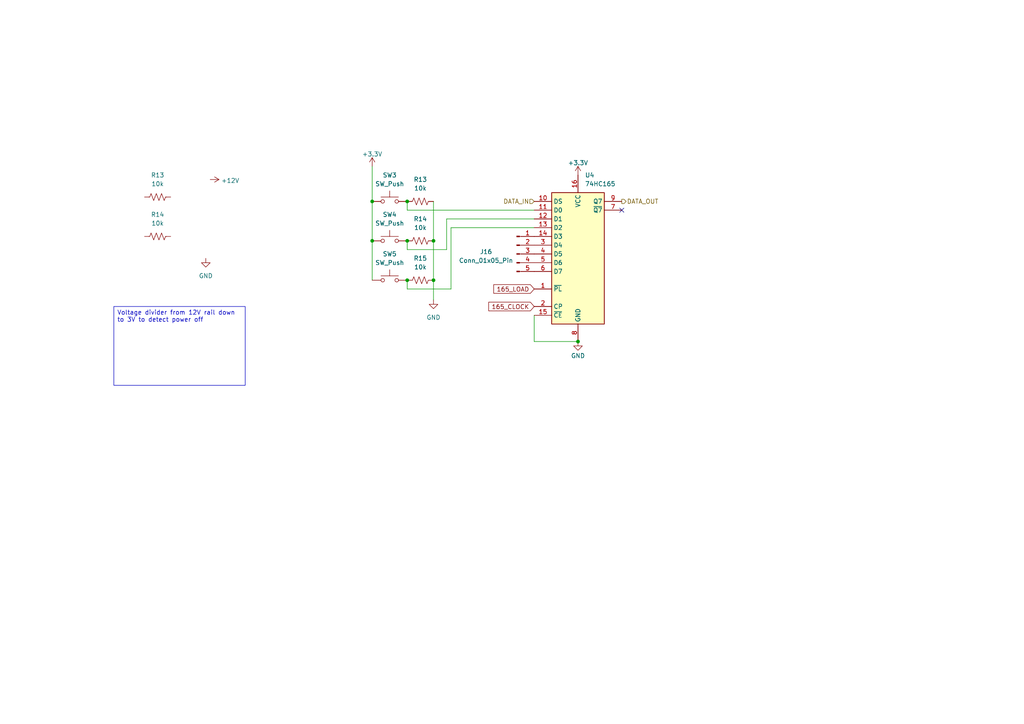
<source format=kicad_sch>
(kicad_sch (version 20230121) (generator eeschema)
  (paper "A4")
  (lib_symbols
    (symbol "74xx:74HC165"
      (property "Reference" "U" (at -7.62 19.05 0))
      (property "Value" "74HC165" (at -7.62 -21.59 0))
      (symbol "74HC165_1_0"
        (pin input line (at -12.7 -10.16 0) (length 5.08) (name "~{PL}") (number "1"))
        (pin input line (at -12.7 15.24 0) (length 5.08) (name "DS") (number "10"))
        (pin input line (at -12.7 12.7 0) (length 5.08) (name "D0") (number "11"))
        (pin input line (at -12.7 10.16 0) (length 5.08) (name "D1") (number "12"))
        (pin input line (at -12.7 7.62 0) (length 5.08) (name "D2") (number "13"))
        (pin input line (at -12.7 5.08 0) (length 5.08) (name "D3") (number "14"))
        (pin input line (at -12.7 -17.78 0) (length 5.08) (name "~{CE}") (number "15"))
        (pin power_in line (at 0 22.86 270) (length 5.08) (name "VCC") (number "16"))
        (pin input line (at -12.7 -15.24 0) (length 5.08) (name "CP") (number "2"))
        (pin input line (at -12.7 2.54 0) (length 5.08) (name "D4") (number "3"))
        (pin input line (at -12.7 0 0) (length 5.08) (name "D5") (number "4"))
        (pin input line (at -12.7 -2.54 0) (length 5.08) (name "D6") (number "5"))
        (pin input line (at -12.7 -5.08 0) (length 5.08) (name "D7") (number "6"))
        (pin output line (at 12.7 12.7 180) (length 5.08) (name "~{Q7}") (number "7"))
        (pin power_in line (at 0 -25.4 90) (length 5.08) (name "GND") (number "8"))
        (pin output line (at 12.7 15.24 180) (length 5.08) (name "Q7") (number "9"))
      )
      (symbol "74HC165_1_1"
        (rectangle (start -7.62 17.78) (end 7.62 -20.32) (stroke (width 0.254)) (fill (type background)))
      )
    )
    (symbol "Connector:Conn_01x05_Pin" (pin_names (offset 1.016) hide)
      (property "Reference" "J" (at 0 7.62 0))
      (property "Value" "Conn_01x05_Pin" (at 0 -7.62 0))
      (symbol "Conn_01x05_Pin_1_1"
        (polyline (pts (xy 1.27 -5.08) (xy 0.8636 -5.08)) (stroke (width 0.1524)))
        (polyline (pts (xy 1.27 -2.54) (xy 0.8636 -2.54)) (stroke (width 0.1524)))
        (polyline (pts (xy 1.27 0) (xy 0.8636 0)) (stroke (width 0.1524)))
        (polyline (pts (xy 1.27 2.54) (xy 0.8636 2.54)) (stroke (width 0.1524)))
        (polyline (pts (xy 1.27 5.08) (xy 0.8636 5.08)) (stroke (width 0.1524)))
        (rectangle (start 0.8636 -4.953) (end 0 -5.207) (stroke (width 0.1524)) (fill (type outline)))
        (rectangle (start 0.8636 -2.413) (end 0 -2.667) (stroke (width 0.1524)) (fill (type outline)))
        (rectangle (start 0.8636 0.127) (end 0 -0.127) (stroke (width 0.1524)) (fill (type outline)))
        (rectangle (start 0.8636 2.667) (end 0 2.413) (stroke (width 0.1524)) (fill (type outline)))
        (rectangle (start 0.8636 5.207) (end 0 4.953) (stroke (width 0.1524)) (fill (type outline)))
        (pin passive line (at 5.08 5.08 180) (length 3.81) (name "Pin_1") (number "1"))
        (pin passive line (at 5.08 2.54 180) (length 3.81) (name "Pin_2") (number "2"))
        (pin passive line (at 5.08 0 180) (length 3.81) (name "Pin_3") (number "3"))
        (pin passive line (at 5.08 -2.54 180) (length 3.81) (name "Pin_4") (number "4"))
        (pin passive line (at 5.08 -5.08 180) (length 3.81) (name "Pin_5") (number "5"))
      )
    )
    (symbol "Device:R_US" (pin_numbers hide) (pin_names (offset 0))
      (property "Reference" "R" (at 2.54 0 90))
      (property "Value" "R_US" (at -2.54 0 90))
      (symbol "R_US_0_1"
        (polyline (pts (xy 0 -2.286) (xy 0 -2.54)))
        (polyline (pts (xy 0 2.286) (xy 0 2.54)))
        (polyline (pts (xy 0 -0.762) (xy 1.016 -1.143) (xy 0 -1.524) (xy -1.016 -1.905) (xy 0 -2.286)))
        (polyline (pts (xy 0 0.762) (xy 1.016 0.381) (xy 0 0) (xy -1.016 -0.381) (xy 0 -0.762)))
        (polyline (pts (xy 0 2.286) (xy 1.016 1.905) (xy 0 1.524) (xy -1.016 1.143) (xy 0 0.762)))
      )
      (symbol "R_US_1_1"
        (pin passive line (at 0 3.81 270) (length 1.27) (name "~") (number "1"))
        (pin passive line (at 0 -3.81 90) (length 1.27) (name "~") (number "2"))
      )
    )
    (symbol "Switch:SW_Push" (pin_numbers hide) (pin_names (offset 1.016) hide)
      (property "Reference" "SW" (at 1.27 2.54 0))
      (property "Value" "SW_Push" (at 0 -1.524 0))
      (symbol "SW_Push_0_1"
        (circle (center -2.032 0) (radius 0.508))
        (polyline (pts (xy 0 1.27) (xy 0 3.048)))
        (polyline (pts (xy 2.54 1.27) (xy -2.54 1.27)))
        (circle (center 2.032 0) (radius 0.508))
        (pin passive line (at -5.08 0 0) (length 2.54) (name "1") (number "1"))
        (pin passive line (at 5.08 0 180) (length 2.54) (name "2") (number "2"))
      )
    )
    (symbol "power:+12V" (power) (pin_names (offset 0))
      (property "Value" "+12V" (at 0 3.556 0))
      (symbol "+12V_0_1"
        (polyline (pts (xy -0.762 1.27) (xy 0 2.54)))
        (polyline (pts (xy 0 0) (xy 0 2.54)))
        (polyline (pts (xy 0 2.54) (xy 0.762 1.27)))
      )
      (symbol "+12V_1_1"
        (pin power_in line (at 0 0 90) (length 0) hide (name "+12V") (number "1"))
      )
    )
    (symbol "power:+3.3V" (power) (pin_names (offset 0))
      (property "Value" "+3.3V" (at 0 3.556 0))
      (symbol "+3.3V_0_1"
        (polyline (pts (xy -0.762 1.27) (xy 0 2.54)))
        (polyline (pts (xy 0 0) (xy 0 2.54)))
        (polyline (pts (xy 0 2.54) (xy 0.762 1.27)))
      )
      (symbol "+3.3V_1_1"
        (pin power_in line (at 0 0 90) (length 0) hide (name "+3.3V") (number "1"))
      )
    )
    (symbol "power:GND" (power) (pin_names (offset 0))
      (property "Value" "GND" (at 0 -3.81 0))
      (symbol "GND_0_1"
        (polyline (pts (xy 0 0) (xy 0 -1.27) (xy 1.27 -1.27) (xy 0 -2.54) (xy -1.27 -1.27) (xy 0 -1.27)))
      )
      (symbol "GND_1_1"
        (pin power_in line (at 0 0 270) (length 0) hide (name "GND") (number "1"))
      )
    )
  )
  (junction (at 118.11 69.85))
  (junction (at 107.95 69.85))
  (junction (at 125.73 69.85))
  (junction (at 167.64 99.06))
  (junction (at 125.73 81.28))
  (junction (at 118.11 58.42))
  (junction (at 107.95 58.42))
  (junction (at 118.11 81.28))
  (no_connect (at 180.34 60.96))
  (wire (pts (xy 125.73 58.42) (xy 125.73 69.85)))
  (wire (pts (xy 125.73 69.85) (xy 125.73 81.28)))
  (wire (pts (xy 129.54 72.39) (xy 129.54 63.5)))
  (wire (pts (xy 154.94 91.44) (xy 154.94 99.06)))
  (wire (pts (xy 130.81 66.04) (xy 130.81 83.82)))
  (wire (pts (xy 118.11 60.96) (xy 154.94 60.96)))
  (wire (pts (xy 107.95 48.26) (xy 107.95 58.42)))
  (wire (pts (xy 154.94 66.04) (xy 130.81 66.04)))
  (wire (pts (xy 118.11 72.39) (xy 129.54 72.39)))
  (wire (pts (xy 118.11 69.85) (xy 118.11 72.39)))
  (wire (pts (xy 107.95 69.85) (xy 107.95 81.28)))
  (wire (pts (xy 107.95 58.42) (xy 107.95 69.85)))
  (wire (pts (xy 125.73 81.28) (xy 125.73 86.995)))
  (wire (pts (xy 118.11 58.42) (xy 118.11 60.96)))
  (wire (pts (xy 130.81 83.82) (xy 118.11 83.82)))
  (wire (pts (xy 118.11 83.82) (xy 118.11 81.28)))
  (wire (pts (xy 129.54 63.5) (xy 154.94 63.5)))
  (wire (pts (xy 154.94 99.06) (xy 167.64 99.06)))
  (text_box "Voltage divider from 12V rail down to 3V to detect power off" (at 33.02 88.9 0) (size 38.1 22.86) (effects (font (size 1.27 1.27)) (justify left top)))
  (global_label "165_CLOCK" (shape input) (at 154.94 88.9 180) (property "Intersheetrefs" "${INTERSHEET_REFS}" (effects hide)))
  (global_label "165_LOAD" (shape input) (at 154.94 83.82 180) (property "Intersheetrefs" "${INTERSHEET_REFS}" (effects hide)))
  (hierarchical_label "DATA_IN" (shape input) (at 154.94 58.42 180))
  (hierarchical_label "DATA_OUT" (shape output) (at 180.34 58.42 0))
  (symbol (lib_id "74xx:74HC165") (at 167.64 73.66 0) (unit 1)
    (property "Reference" "U4" (at 169.6594 50.8 0) (effects (justify left)))
    (property "Value" "74HC165" (at 169.6594 53.34 0) (effects (justify left)))
    (property "Footprint" "Package_SO:SOIC-16_3.9x9.9mm_P1.27mm" (effects hide))
    (property "Datasheet" "https://assets.nexperia.com/documents/data-sheet/74HC_HCT165.pdf" (effects hide))
    (instances (project "dk2_04_top" (path "" (reference "U4") (unit 1)) (path "" (reference "U5") (unit 1)) (path "" (reference "U10") (unit 1))))
  )
  (symbol (lib_id "Switch:SW_Push") (at 113.03 81.28 0) (unit 1)
    (property "Reference" "SW5" (at 113.03 73.66 0))
    (property "Value" "SW_Push" (at 113.03 76.2 0))
    (property "Footprint" "Button_Switch_THT:SW_PUSH_6mm" (effects hide))
    (instances (project "dk2_04_top" (path "" (reference "SW5") (unit 1)) (path "" (reference "SW13") (unit 1)) (path "" (reference "SW19") (unit 1))))
  )
  (symbol (lib_id "Device:R_US") (at 121.92 69.85 90) (unit 1)
    (property "Reference" "R14" (at 121.92 63.5 90))
    (property "Value" "10k" (at 121.92 66.04 90))
    (property "Footprint" "Resistor_SMD:R_0603_1608Metric" (effects hide))
    (instances (project "dk2_04_top" (path "" (reference "R14") (unit 1)) (path "" (reference "R22") (unit 1)) (path "" (reference "R42") (unit 1))))
  )
  (symbol (lib_id "Device:R_US") (at 121.92 58.42 90) (unit 1)
    (property "Reference" "R13" (at 121.92 52.07 90))
    (property "Value" "10k" (at 121.92 54.61 90))
    (property "Footprint" "Resistor_SMD:R_0603_1608Metric" (effects hide))
    (instances (project "dk2_04_top" (path "" (reference "R13") (unit 1)) (path "" (reference "R21") (unit 1)) (path "" (reference "R41") (unit 1))))
  )
  (symbol (lib_id "Switch:SW_Push") (at 113.03 69.85 0) (unit 1)
    (property "Reference" "SW4" (at 113.03 62.23 0))
    (property "Value" "SW_Push" (at 113.03 64.77 0))
    (property "Footprint" "Button_Switch_THT:SW_PUSH_6mm" (effects hide))
    (instances (project "dk2_04_top" (path "" (reference "SW4") (unit 1)) (path "" (reference "SW12") (unit 1)) (path "" (reference "SW18") (unit 1))))
  )
  (symbol (lib_id "power:+3.3V") (at 107.95 48.26 0) (unit 1)
    (property "Reference" "#PWR028" (effects hide))
    (property "Value" "+3.3V" (at 107.95 44.704 0))
    (instances (project "dk2_04_top" (path "" (reference "#PWR028") (unit 1)) (path "" (reference "#PWR032") (unit 1)) (path "" (reference "#PWR061") (unit 1))))
  )
  (symbol (lib_id "Device:R_US") (at 121.92 81.28 90) (unit 1)
    (property "Reference" "R15" (at 121.92 74.93 90))
    (property "Value" "10k" (at 121.92 77.47 90))
    (property "Footprint" "Resistor_SMD:R_0603_1608Metric" (effects hide))
    (instances (project "dk2_04_top" (path "" (reference "R15") (unit 1)) (path "" (reference "R23") (unit 1)) (path "" (reference "R43") (unit 1))))
  )
  (symbol (lib_id "power:GND") (at 125.73 86.995 0) (unit 1)
    (property "Reference" "#PWR029" (effects hide))
    (property "Value" "GND" (at 125.73 92.075 0))
    (instances (project "dk2_04_top" (path "" (reference "#PWR029") (unit 1)) (path "" (reference "#PWR033") (unit 1)) (path "" (reference "#PWR062") (unit 1))))
  )
  (symbol (lib_id "Device:R_US") (at 45.72 68.58 90) (unit 1)
    (property "Reference" "R14" (at 45.72 62.23 90))
    (property "Value" "10k" (at 45.72 64.77 90))
    (property "Footprint" "Resistor_SMD:R_0603_1608Metric" (effects hide))
    (instances (project "dk2_04_top" (path "" (reference "R14") (unit 1)) (path "" (reference "R22") (unit 1)) (path "" (reference "R45") (unit 1))))
  )
  (symbol (lib_id "power:GND") (at 59.69 74.93 0) (unit 1)
    (property "Reference" "#PWR029" (effects hide))
    (property "Value" "GND" (at 59.69 80.01 0))
    (instances (project "dk2_04_top" (path "" (reference "#PWR029") (unit 1)) (path "" (reference "#PWR033") (unit 1)) (path "" (reference "#PWR08") (unit 1))))
  )
  (symbol (lib_id "Device:R_US") (at 45.72 57.15 90) (unit 1)
    (property "Reference" "R13" (at 45.72 50.8 90))
    (property "Value" "10k" (at 45.72 53.34 90))
    (property "Footprint" "Resistor_SMD:R_0603_1608Metric" (effects hide))
    (instances (project "dk2_04_top" (path "" (reference "R13") (unit 1)) (path "" (reference "R21") (unit 1)) (path "" (reference "R44") (unit 1))))
  )
  (symbol (lib_id "power:+3.3V") (at 167.64 50.8 0) (unit 1)
    (property "Reference" "#PWR?" (effects hide))
    (property "Value" "+3.3V" (at 167.64 47.244 0))
    (instances (project "dk2_04_top" (path "" (reference "#PWR?") (unit 1)) (path "" (reference "#PWR030") (unit 1)) (path "" (reference "#PWR034") (unit 1)) (path "" (reference "#PWR063") (unit 1))))
  )
  (symbol (lib_id "Connector:Conn_01x05_Pin") (at 149.86 73.66 0) (unit 1)
    (property "Reference" "J16" (at 140.97 73.025 0))
    (property "Value" "Conn_01x05_Pin" (at 140.97 75.565 0))
    (property "Footprint" "Connector_PinHeader_2.54mm:PinHeader_1x05_P2.54mm_Vertical" (effects hide))
  )
  (symbol (lib_id "power:GND") (at 167.64 99.06 0) (unit 1)
    (property "Reference" "#PWR031" (effects hide))
    (property "Value" "GND" (at 167.64 103.1955 0))
    (instances (project "dk2_04_top" (path "" (reference "#PWR031") (unit 1)) (path "" (reference "#PWR035") (unit 1)) (path "" (reference "#PWR064") (unit 1))))
  )
  (symbol (lib_id "power:+12V") (at 60.96 52.07 270) (unit 1)
    (property "Reference" "#PWR012" (effects hide))
    (property "Value" "+12V" (at 64.135 52.3868 90) (effects (justify left)))
    (instances (project "dk2_04_top" (path "" (reference "#PWR012") (unit 1)) (path "" (reference "#PWR07") (unit 1))))
  )
  (symbol (lib_id "Switch:SW_Push") (at 113.03 58.42 0) (unit 1)
    (property "Reference" "SW3" (at 113.03 50.8 0))
    (property "Value" "SW_Push" (at 113.03 53.34 0))
    (property "Footprint" "Button_Switch_THT:SW_PUSH_6mm" (effects hide))
    (instances (project "dk2_04_top" (path "" (reference "SW3") (unit 1)) (path "" (reference "SW11") (unit 1)) (path "" (reference "SW17") (unit 1))))
  )
)
</source>
